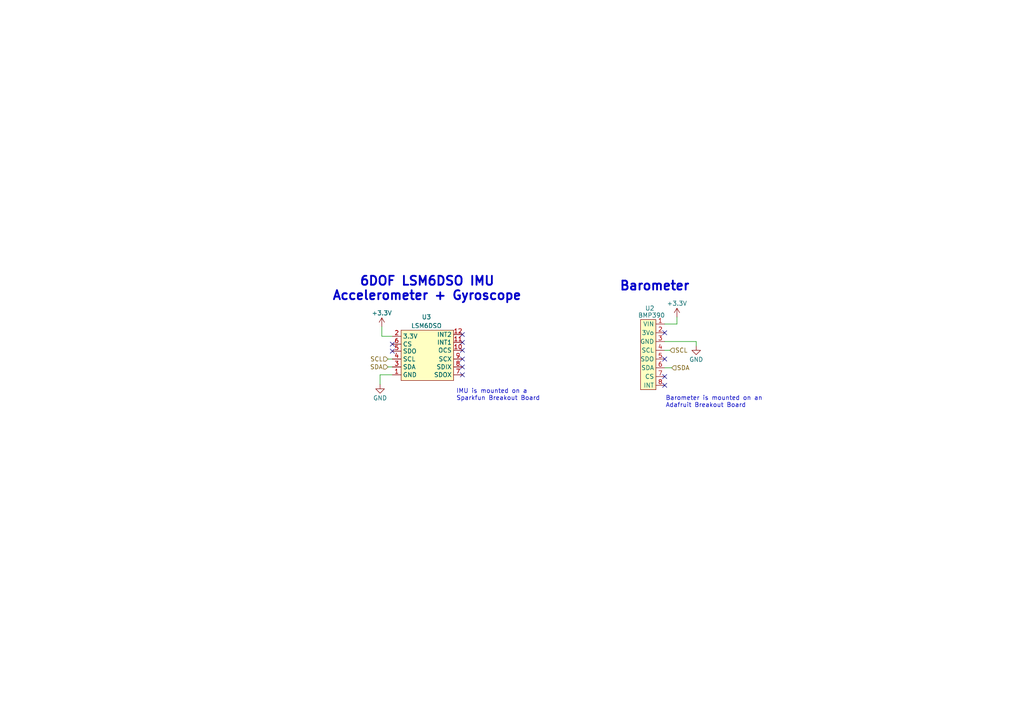
<source format=kicad_sch>
(kicad_sch (version 20230121) (generator eeschema)

  (uuid e19a9222-ce67-4cfd-a302-df1525006822)

  (paper "A4")

  (lib_symbols
    (symbol "RocketryIN_FC:BMP390" (in_bom yes) (on_board yes)
      (property "Reference" "U" (at 0 0 0)
        (effects (font (size 1.27 1.27)))
      )
      (property "Value" "" (at 0 0 0)
        (effects (font (size 1.27 1.27)))
      )
      (property "Footprint" "" (at 0 0 0)
        (effects (font (size 1.27 1.27)) hide)
      )
      (property "Datasheet" "" (at 0 0 0)
        (effects (font (size 1.27 1.27)) hide)
      )
      (symbol "BMP390_1_1"
        (rectangle (start -3.175 -1.27) (end 1.27 -21.59)
          (stroke (width 0) (type default))
          (fill (type background))
        )
        (pin input line (at 3.81 -2.54 180) (length 2.54)
          (name "VIN" (effects (font (size 1.27 1.27))))
          (number "1" (effects (font (size 1.27 1.27))))
        )
        (pin input line (at 3.81 -5.08 180) (length 2.54)
          (name "3Vo" (effects (font (size 1.27 1.27))))
          (number "2" (effects (font (size 1.27 1.27))))
        )
        (pin input line (at 3.81 -7.62 180) (length 2.54)
          (name "GND" (effects (font (size 1.27 1.27))))
          (number "3" (effects (font (size 1.27 1.27))))
        )
        (pin input line (at 3.81 -10.16 180) (length 2.54)
          (name "SCL" (effects (font (size 1.27 1.27))))
          (number "4" (effects (font (size 1.27 1.27))))
        )
        (pin input line (at 3.81 -12.7 180) (length 2.54)
          (name "SDO" (effects (font (size 1.27 1.27))))
          (number "5" (effects (font (size 1.27 1.27))))
        )
        (pin input line (at 3.81 -15.24 180) (length 2.54)
          (name "SDA" (effects (font (size 1.27 1.27))))
          (number "6" (effects (font (size 1.27 1.27))))
        )
        (pin input line (at 3.81 -17.78 180) (length 2.54)
          (name "CS" (effects (font (size 1.27 1.27))))
          (number "7" (effects (font (size 1.27 1.27))))
        )
        (pin input line (at 3.81 -20.32 180) (length 2.54)
          (name "INT" (effects (font (size 1.27 1.27))))
          (number "8" (effects (font (size 1.27 1.27))))
        )
      )
    )
    (symbol "RocketryIN_FC:LSM6DSO" (in_bom yes) (on_board yes)
      (property "Reference" "U" (at 0 5.715 0)
        (effects (font (size 1.27 1.27)))
      )
      (property "Value" "" (at -2.54 0.635 0)
        (effects (font (size 1.27 1.27)))
      )
      (property "Footprint" "" (at -2.54 0.635 0)
        (effects (font (size 1.27 1.27)) hide)
      )
      (property "Datasheet" "" (at -2.54 0.635 0)
        (effects (font (size 1.27 1.27)) hide)
      )
      (symbol "LSM6DSO_1_1"
        (rectangle (start -7.62 -1.524) (end 7.62 -16.129)
          (stroke (width 0) (type default))
          (fill (type background))
        )
        (pin input line (at -10.16 -14.478 0) (length 2.54)
          (name "GND" (effects (font (size 1.27 1.27))))
          (number "1" (effects (font (size 1.27 1.27))))
        )
        (pin input line (at 10.16 -7.366 180) (length 2.54)
          (name "OCS" (effects (font (size 1.27 1.27))))
          (number "10" (effects (font (size 1.27 1.27))))
        )
        (pin input line (at 10.16 -5.08 180) (length 2.54)
          (name "INT1" (effects (font (size 1.27 1.27))))
          (number "11" (effects (font (size 1.27 1.27))))
        )
        (pin input line (at 10.16 -2.794 180) (length 2.54)
          (name "INT2" (effects (font (size 1.27 1.27))))
          (number "12" (effects (font (size 1.27 1.27))))
        )
        (pin input line (at -10.16 -3.302 0) (length 2.54)
          (name "3.3V" (effects (font (size 1.27 1.27))))
          (number "2" (effects (font (size 1.27 1.27))))
        )
        (pin input line (at -10.16 -12.192 0) (length 2.54)
          (name "SDA" (effects (font (size 1.27 1.27))))
          (number "3" (effects (font (size 1.27 1.27))))
        )
        (pin input line (at -10.16 -9.906 0) (length 2.54)
          (name "SCL" (effects (font (size 1.27 1.27))))
          (number "4" (effects (font (size 1.27 1.27))))
        )
        (pin input line (at -10.16 -7.62 0) (length 2.54)
          (name "SDO" (effects (font (size 1.27 1.27))))
          (number "5" (effects (font (size 1.27 1.27))))
        )
        (pin input line (at -10.16 -5.588 0) (length 2.54)
          (name "CS" (effects (font (size 1.27 1.27))))
          (number "6" (effects (font (size 1.27 1.27))))
        )
        (pin input line (at 10.16 -14.478 180) (length 2.54)
          (name "SDOX" (effects (font (size 1.27 1.27))))
          (number "7" (effects (font (size 1.27 1.27))))
        )
        (pin input line (at 10.16 -12.192 180) (length 2.54)
          (name "SDIX" (effects (font (size 1.27 1.27))))
          (number "8" (effects (font (size 1.27 1.27))))
        )
        (pin input line (at 10.16 -9.906 180) (length 2.54)
          (name "SCX" (effects (font (size 1.27 1.27))))
          (number "9" (effects (font (size 1.27 1.27))))
        )
      )
    )
    (symbol "power:+3.3V" (power) (pin_names (offset 0)) (in_bom yes) (on_board yes)
      (property "Reference" "#PWR" (at 0 -3.81 0)
        (effects (font (size 1.27 1.27)) hide)
      )
      (property "Value" "+3.3V" (at 0 3.556 0)
        (effects (font (size 1.27 1.27)))
      )
      (property "Footprint" "" (at 0 0 0)
        (effects (font (size 1.27 1.27)) hide)
      )
      (property "Datasheet" "" (at 0 0 0)
        (effects (font (size 1.27 1.27)) hide)
      )
      (property "ki_keywords" "global power" (at 0 0 0)
        (effects (font (size 1.27 1.27)) hide)
      )
      (property "ki_description" "Power symbol creates a global label with name \"+3.3V\"" (at 0 0 0)
        (effects (font (size 1.27 1.27)) hide)
      )
      (symbol "+3.3V_0_1"
        (polyline
          (pts
            (xy -0.762 1.27)
            (xy 0 2.54)
          )
          (stroke (width 0) (type default))
          (fill (type none))
        )
        (polyline
          (pts
            (xy 0 0)
            (xy 0 2.54)
          )
          (stroke (width 0) (type default))
          (fill (type none))
        )
        (polyline
          (pts
            (xy 0 2.54)
            (xy 0.762 1.27)
          )
          (stroke (width 0) (type default))
          (fill (type none))
        )
      )
      (symbol "+3.3V_1_1"
        (pin power_in line (at 0 0 90) (length 0) hide
          (name "+3.3V" (effects (font (size 1.27 1.27))))
          (number "1" (effects (font (size 1.27 1.27))))
        )
      )
    )
    (symbol "power:GND" (power) (pin_names (offset 0)) (in_bom yes) (on_board yes)
      (property "Reference" "#PWR" (at 0 -6.35 0)
        (effects (font (size 1.27 1.27)) hide)
      )
      (property "Value" "GND" (at 0 -3.81 0)
        (effects (font (size 1.27 1.27)))
      )
      (property "Footprint" "" (at 0 0 0)
        (effects (font (size 1.27 1.27)) hide)
      )
      (property "Datasheet" "" (at 0 0 0)
        (effects (font (size 1.27 1.27)) hide)
      )
      (property "ki_keywords" "global power" (at 0 0 0)
        (effects (font (size 1.27 1.27)) hide)
      )
      (property "ki_description" "Power symbol creates a global label with name \"GND\" , ground" (at 0 0 0)
        (effects (font (size 1.27 1.27)) hide)
      )
      (symbol "GND_0_1"
        (polyline
          (pts
            (xy 0 0)
            (xy 0 -1.27)
            (xy 1.27 -1.27)
            (xy 0 -2.54)
            (xy -1.27 -1.27)
            (xy 0 -1.27)
          )
          (stroke (width 0) (type default))
          (fill (type none))
        )
      )
      (symbol "GND_1_1"
        (pin power_in line (at 0 0 270) (length 0) hide
          (name "GND" (effects (font (size 1.27 1.27))))
          (number "1" (effects (font (size 1.27 1.27))))
        )
      )
    )
  )


  (no_connect (at 192.786 111.76) (uuid 20af1027-0a2a-473d-8a7b-b3c3df8a7586))
  (no_connect (at 134.112 101.6) (uuid 2161580c-a5b0-4904-9462-19259cd1e1ae))
  (no_connect (at 113.792 99.822) (uuid 24bdf7ad-da98-42ce-b050-f82b9f51efc5))
  (no_connect (at 113.792 101.854) (uuid 2f99bcb5-970f-4ea2-a64b-58f4f5503c2b))
  (no_connect (at 134.112 108.712) (uuid 344d1267-c9b4-42d4-a3a1-8b8d7d560518))
  (no_connect (at 192.786 104.14) (uuid 39885c2a-bfa2-446c-8ca0-acb8b0096ad2))
  (no_connect (at 192.786 109.22) (uuid 60bec186-1cf1-4e00-8046-2208fd407e3c))
  (no_connect (at 134.112 106.426) (uuid 6f22d0ac-9979-4a34-8987-53ffd5e57516))
  (no_connect (at 192.786 96.52) (uuid 71dd98c7-e4ef-4346-a711-911186a418f3))
  (no_connect (at 134.112 104.14) (uuid a3a0e540-a643-4b44-8497-48647bf7bc44))
  (no_connect (at 134.112 99.314) (uuid bc901c9d-dd18-47e2-a95a-a6369ff6b406))
  (no_connect (at 134.112 97.028) (uuid ed4c4608-d465-4c76-bd66-5cb1fb1cc1f3))

  (wire (pts (xy 112.522 104.14) (xy 113.792 104.14))
    (stroke (width 0) (type default))
    (uuid 16baf5c1-f500-461f-be04-dbfde4e4f841)
  )
  (wire (pts (xy 110.236 108.712) (xy 110.236 111.506))
    (stroke (width 0) (type default))
    (uuid 29badb89-19f3-4e13-81fe-520abb11e464)
  )
  (wire (pts (xy 192.786 106.68) (xy 194.818 106.68))
    (stroke (width 0) (type default))
    (uuid 41b52197-d20b-4aed-bf81-028c0d3822a7)
  )
  (wire (pts (xy 113.792 108.712) (xy 110.236 108.712))
    (stroke (width 0) (type default))
    (uuid 49c8a12c-81c8-4617-bd2d-82c31f33c30a)
  )
  (wire (pts (xy 196.342 93.98) (xy 196.342 91.948))
    (stroke (width 0) (type default))
    (uuid 751b4b11-9227-41da-b5e5-ea9c591f449d)
  )
  (wire (pts (xy 192.786 101.6) (xy 194.31 101.6))
    (stroke (width 0) (type default))
    (uuid bad4ed9d-3570-4ef5-8046-0550386e3bfe)
  )
  (wire (pts (xy 113.792 97.536) (xy 110.744 97.536))
    (stroke (width 0) (type default))
    (uuid c497d788-19d5-4905-abb5-236436f18413)
  )
  (wire (pts (xy 192.786 93.98) (xy 196.342 93.98))
    (stroke (width 0) (type default))
    (uuid c59ede42-52e7-4f37-9957-94ff04faa668)
  )
  (wire (pts (xy 110.744 97.536) (xy 110.744 94.742))
    (stroke (width 0) (type default))
    (uuid d7c8d957-a453-4332-8280-60a312ff079b)
  )
  (wire (pts (xy 201.93 99.06) (xy 192.786 99.06))
    (stroke (width 0) (type default))
    (uuid ea8698fc-5474-47b7-8b48-2148ca8a83be)
  )
  (wire (pts (xy 112.522 106.426) (xy 113.792 106.426))
    (stroke (width 0) (type default))
    (uuid edb9b95c-767d-422c-b5c9-a7bf2a628877)
  )
  (wire (pts (xy 201.93 100.33) (xy 201.93 99.06))
    (stroke (width 0) (type default))
    (uuid f0501347-4591-4295-a259-72c9f4468729)
  )

  (text "Barometer is mounted on an\nAdafruit Breakout Board"
    (at 193.04 118.364 0)
    (effects (font (size 1.27 1.27)) (justify left bottom))
    (uuid 03d3b3c8-c797-426f-b346-ea6bcb90f311)
  )
  (text "    6DOF LSM6DSO IMU\nAccelerometer + Gyroscope\n" (at 96.266 87.376 0)
    (effects (font (size 2.6 2.6) (thickness 0.52) bold) (justify left bottom))
    (uuid 4470a1ce-988b-4489-b98f-46fc9e6379b3)
  )
  (text "Barometer\n" (at 179.578 84.582 0)
    (effects (font (size 2.6 2.6) (thickness 0.52) bold) (justify left bottom))
    (uuid 8f348da1-0573-4c5f-9552-906586f11e58)
  )
  (text "IMU is mounted on a\nSparkfun Breakout Board" (at 132.334 116.332 0)
    (effects (font (size 1.27 1.27)) (justify left bottom))
    (uuid 9a93e2ff-f0e7-414d-8642-9386aeaad1d7)
  )

  (hierarchical_label "SCL" (shape input) (at 194.31 101.6 0) (fields_autoplaced)
    (effects (font (size 1.27 1.27)) (justify left))
    (uuid 46cb488e-e7da-42db-87da-359cd6220587)
  )
  (hierarchical_label "SCL" (shape input) (at 112.522 104.14 180) (fields_autoplaced)
    (effects (font (size 1.27 1.27)) (justify right))
    (uuid 70d032cd-4639-47fa-b47a-6a2560e22294)
  )
  (hierarchical_label "SDA" (shape input) (at 194.818 106.68 0) (fields_autoplaced)
    (effects (font (size 1.27 1.27)) (justify left))
    (uuid d2ea10e2-1c72-40ae-8c6b-a0c813d9b65b)
  )
  (hierarchical_label "SDA" (shape input) (at 112.522 106.426 180) (fields_autoplaced)
    (effects (font (size 1.27 1.27)) (justify right))
    (uuid fdaa8bf5-4a84-4e23-a1fe-d7d28fee6c67)
  )

  (symbol (lib_id "power:+3.3V") (at 110.744 94.742 0) (unit 1)
    (in_bom yes) (on_board yes) (dnp no) (fields_autoplaced)
    (uuid 7c103f35-b83e-4b38-81bb-18081124143b)
    (property "Reference" "#PWR06" (at 110.744 98.552 0)
      (effects (font (size 1.27 1.27)) hide)
    )
    (property "Value" "+3.3V" (at 110.744 90.797 0)
      (effects (font (size 1.27 1.27)))
    )
    (property "Footprint" "" (at 110.744 94.742 0)
      (effects (font (size 1.27 1.27)) hide)
    )
    (property "Datasheet" "" (at 110.744 94.742 0)
      (effects (font (size 1.27 1.27)) hide)
    )
    (pin "1" (uuid c188a9d0-c52b-46f5-bab9-6428721e3ec1))
    (instances
      (project "RocketryIN-FC"
        (path "/eca5bcb3-e8cc-4774-b734-f4245bf2d59b/e8fec4d7-cc72-451d-a071-0f422c479d3a"
          (reference "#PWR06") (unit 1)
        )
      )
    )
  )

  (symbol (lib_id "RocketryIN_FC:LSM6DSO") (at 123.952 94.234 0) (unit 1)
    (in_bom yes) (on_board yes) (dnp no)
    (uuid bddbe332-a499-419e-89a2-286b33a77eca)
    (property "Reference" "U3" (at 123.698 91.948 0)
      (effects (font (size 1.27 1.27)))
    )
    (property "Value" "LSM6DSO" (at 123.698 94.488 0)
      (effects (font (size 1.27 1.27)))
    )
    (property "Footprint" "" (at 121.412 93.599 0)
      (effects (font (size 1.27 1.27)) hide)
    )
    (property "Datasheet" "" (at 121.412 93.599 0)
      (effects (font (size 1.27 1.27)) hide)
    )
    (pin "1" (uuid 967a0d60-b1c9-4c49-89de-4615134c63ad))
    (pin "10" (uuid c14f6440-7ac1-418a-8395-367020a3afe1))
    (pin "11" (uuid f8545d2e-39bd-43e9-bc34-34854e388ee6))
    (pin "12" (uuid bf57d63f-a23d-40d2-903e-ebaf8a453ba2))
    (pin "2" (uuid 56091494-a616-48e2-addd-5c34588a717b))
    (pin "3" (uuid 34259e03-d082-446a-b6c1-2abdb22144b4))
    (pin "4" (uuid 8a0bac3d-6b64-448e-9a81-2659861359d2))
    (pin "5" (uuid 3d921da5-b2c4-4c0c-858d-20bcaa890097))
    (pin "6" (uuid 31fdd383-d04e-4c00-8bcd-4607204db843))
    (pin "7" (uuid c77fcdb3-21e8-43da-b33f-c484fdb20482))
    (pin "8" (uuid bc9b08de-7724-45e6-90f2-b99dd2291014))
    (pin "9" (uuid 87f1ef9e-3bb5-489c-a6fe-f8d7194ded7b))
    (instances
      (project "RocketryIN-FC"
        (path "/eca5bcb3-e8cc-4774-b734-f4245bf2d59b/e8fec4d7-cc72-451d-a071-0f422c479d3a"
          (reference "U3") (unit 1)
        )
      )
    )
  )

  (symbol (lib_id "power:+3.3V") (at 196.342 91.948 0) (mirror y) (unit 1)
    (in_bom yes) (on_board yes) (dnp no)
    (uuid c920176b-a5fc-4e76-8dad-d1c247ba8587)
    (property "Reference" "#PWR07" (at 196.342 95.758 0)
      (effects (font (size 1.27 1.27)) hide)
    )
    (property "Value" "+3.3V" (at 196.342 88.003 0)
      (effects (font (size 1.27 1.27)))
    )
    (property "Footprint" "" (at 196.342 91.948 0)
      (effects (font (size 1.27 1.27)) hide)
    )
    (property "Datasheet" "" (at 196.342 91.948 0)
      (effects (font (size 1.27 1.27)) hide)
    )
    (pin "1" (uuid 5a314274-44e3-420f-be16-a97150c2a483))
    (instances
      (project "RocketryIN-FC"
        (path "/eca5bcb3-e8cc-4774-b734-f4245bf2d59b/e8fec4d7-cc72-451d-a071-0f422c479d3a"
          (reference "#PWR07") (unit 1)
        )
      )
    )
  )

  (symbol (lib_id "power:GND") (at 110.236 111.506 0) (unit 1)
    (in_bom yes) (on_board yes) (dnp no) (fields_autoplaced)
    (uuid e7c33c3d-aad5-4fe6-bbc7-3814c80fce3d)
    (property "Reference" "#PWR05" (at 110.236 117.856 0)
      (effects (font (size 1.27 1.27)) hide)
    )
    (property "Value" "GND" (at 110.236 115.451 0)
      (effects (font (size 1.27 1.27)))
    )
    (property "Footprint" "" (at 110.236 111.506 0)
      (effects (font (size 1.27 1.27)) hide)
    )
    (property "Datasheet" "" (at 110.236 111.506 0)
      (effects (font (size 1.27 1.27)) hide)
    )
    (pin "1" (uuid 96f54b0c-4d23-4979-a7d9-2b12cd80b461))
    (instances
      (project "RocketryIN-FC"
        (path "/eca5bcb3-e8cc-4774-b734-f4245bf2d59b/e8fec4d7-cc72-451d-a071-0f422c479d3a"
          (reference "#PWR05") (unit 1)
        )
      )
    )
  )

  (symbol (lib_id "RocketryIN_FC:BMP390") (at 188.976 91.44 0) (unit 1)
    (in_bom yes) (on_board yes) (dnp no)
    (uuid e97b05b2-5b9d-4287-afc4-8448bac353b9)
    (property "Reference" "U2" (at 188.468 89.408 0)
      (effects (font (size 1.27 1.27)))
    )
    (property "Value" "BMP390" (at 188.976 91.44 0)
      (effects (font (size 1.27 1.27)))
    )
    (property "Footprint" "" (at 188.976 91.44 0)
      (effects (font (size 1.27 1.27)) hide)
    )
    (property "Datasheet" "" (at 188.976 91.44 0)
      (effects (font (size 1.27 1.27)) hide)
    )
    (pin "1" (uuid fc01e28d-7ac7-44b9-9fe5-5faf073cbd4a))
    (pin "2" (uuid ad80cb95-8728-4dd1-8dd0-ae27eb1429d6))
    (pin "3" (uuid 2dc63e91-a7a1-4eb5-a22b-58e475da2f79))
    (pin "4" (uuid d6177752-38d9-4fc9-9b22-414592787e3f))
    (pin "5" (uuid 5e8682c1-f975-4e82-a89b-f0899cb29878))
    (pin "6" (uuid f216f46d-4f54-4492-8f6b-34733d40ac02))
    (pin "7" (uuid 4281cb35-bf1d-4899-a599-8fc56fb161d4))
    (pin "8" (uuid 94273f54-0772-4e87-a586-1b4a30bf7407))
    (instances
      (project "RocketryIN-FC"
        (path "/eca5bcb3-e8cc-4774-b734-f4245bf2d59b/e8fec4d7-cc72-451d-a071-0f422c479d3a"
          (reference "U2") (unit 1)
        )
      )
    )
  )

  (symbol (lib_id "power:GND") (at 201.93 100.33 0) (unit 1)
    (in_bom yes) (on_board yes) (dnp no) (fields_autoplaced)
    (uuid f39b7073-aae0-4f50-8c68-63cfcfe44a35)
    (property "Reference" "#PWR08" (at 201.93 106.68 0)
      (effects (font (size 1.27 1.27)) hide)
    )
    (property "Value" "GND" (at 201.93 104.275 0)
      (effects (font (size 1.27 1.27)))
    )
    (property "Footprint" "" (at 201.93 100.33 0)
      (effects (font (size 1.27 1.27)) hide)
    )
    (property "Datasheet" "" (at 201.93 100.33 0)
      (effects (font (size 1.27 1.27)) hide)
    )
    (pin "1" (uuid 01195a8a-2280-4eeb-96ab-435e75dc1d0f))
    (instances
      (project "RocketryIN-FC"
        (path "/eca5bcb3-e8cc-4774-b734-f4245bf2d59b/e8fec4d7-cc72-451d-a071-0f422c479d3a"
          (reference "#PWR08") (unit 1)
        )
      )
    )
  )
)

</source>
